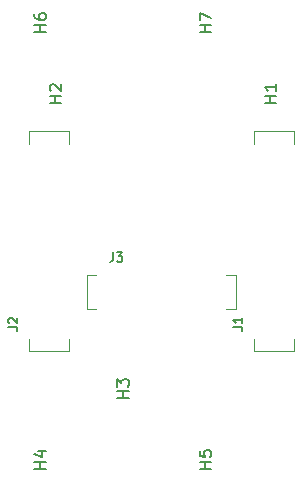
<source format=gbr>
G04 #@! TF.GenerationSoftware,KiCad,Pcbnew,5.1.7-a382d34a8~87~ubuntu18.04.1*
G04 #@! TF.CreationDate,2020-10-22T16:54:02+03:00*
G04 #@! TF.ProjectId,FreeSmart157AAC_29mm_devboard_5r_smd,46726565-536d-4617-9274-313537414143,rev?*
G04 #@! TF.SameCoordinates,Original*
G04 #@! TF.FileFunction,Legend,Top*
G04 #@! TF.FilePolarity,Positive*
%FSLAX46Y46*%
G04 Gerber Fmt 4.6, Leading zero omitted, Abs format (unit mm)*
G04 Created by KiCad (PCBNEW 5.1.7-a382d34a8~87~ubuntu18.04.1) date 2020-10-22 16:54:02*
%MOMM*%
%LPD*%
G01*
G04 APERTURE LIST*
%ADD10C,0.100000*%
%ADD11C,0.150000*%
G04 APERTURE END LIST*
D10*
X6300620Y-5719960D02*
X5499190Y-5719960D01*
X6300620Y-2839680D02*
X6300620Y-5719960D01*
X5500890Y-2839680D02*
X6300620Y-2839680D01*
X-6300620Y-5719960D02*
X-5499190Y-5719960D01*
X-6300620Y-2841670D02*
X-6300620Y-5719960D01*
X-5499190Y-2841670D02*
X-6300620Y-2841670D01*
X7834190Y9299440D02*
X7834190Y8250420D01*
X11215830Y9299440D02*
X7834190Y9299440D01*
X11215830Y8250850D02*
X11215830Y9299440D01*
X11215810Y-9301070D02*
X11215810Y-8250420D01*
X7834190Y-9301070D02*
X11215810Y-9301070D01*
X7834190Y-8250420D02*
X7834190Y-9301070D01*
X-11215810Y9299440D02*
X-11215810Y8250420D01*
X-7834170Y9299440D02*
X-11215810Y9299440D01*
X-7834170Y8250850D02*
X-7834170Y9299440D01*
X-7834190Y-9301070D02*
X-7834190Y-8250420D01*
X-11215810Y-9301070D02*
X-7834190Y-9301070D01*
X-11215810Y-8250420D02*
X-11215810Y-9301070D01*
D11*
X4252380Y-19261904D02*
X3252380Y-19261904D01*
X3728571Y-19261904D02*
X3728571Y-18690476D01*
X4252380Y-18690476D02*
X3252380Y-18690476D01*
X3252380Y-17738095D02*
X3252380Y-18214285D01*
X3728571Y-18261904D01*
X3680952Y-18214285D01*
X3633333Y-18119047D01*
X3633333Y-17880952D01*
X3680952Y-17785714D01*
X3728571Y-17738095D01*
X3823809Y-17690476D01*
X4061904Y-17690476D01*
X4157142Y-17738095D01*
X4204761Y-17785714D01*
X4252380Y-17880952D01*
X4252380Y-18119047D01*
X4204761Y-18214285D01*
X4157142Y-18261904D01*
X-9747619Y-19261904D02*
X-10747619Y-19261904D01*
X-10271428Y-19261904D02*
X-10271428Y-18690476D01*
X-9747619Y-18690476D02*
X-10747619Y-18690476D01*
X-10414285Y-17785714D02*
X-9747619Y-17785714D01*
X-10795238Y-18023809D02*
X-10080952Y-18261904D01*
X-10080952Y-17642857D01*
X4252380Y17738095D02*
X3252380Y17738095D01*
X3728571Y17738095D02*
X3728571Y18309523D01*
X4252380Y18309523D02*
X3252380Y18309523D01*
X3252380Y18690476D02*
X3252380Y19357142D01*
X4252380Y18928571D01*
X-9747619Y17738095D02*
X-10747619Y17738095D01*
X-10271428Y17738095D02*
X-10271428Y18309523D01*
X-9747619Y18309523D02*
X-10747619Y18309523D01*
X-10747619Y19214285D02*
X-10747619Y19023809D01*
X-10700000Y18928571D01*
X-10652380Y18880952D01*
X-10509523Y18785714D01*
X-10319047Y18738095D01*
X-9938095Y18738095D01*
X-9842857Y18785714D01*
X-9795238Y18833333D01*
X-9747619Y18928571D01*
X-9747619Y19119047D01*
X-9795238Y19214285D01*
X-9842857Y19261904D01*
X-9938095Y19309523D01*
X-10176190Y19309523D01*
X-10271428Y19261904D01*
X-10319047Y19214285D01*
X-10366666Y19119047D01*
X-10366666Y18928571D01*
X-10319047Y18833333D01*
X-10271428Y18785714D01*
X-10176190Y18738095D01*
X-4069639Y-942935D02*
X-4069639Y-1506354D01*
X-4107200Y-1619038D01*
X-4182322Y-1694160D01*
X-4295006Y-1731722D01*
X-4370129Y-1731722D01*
X-3769148Y-942935D02*
X-3280852Y-942935D01*
X-3543781Y-1243425D01*
X-3431097Y-1243425D01*
X-3355974Y-1280986D01*
X-3318413Y-1318548D01*
X-3280852Y-1393670D01*
X-3280852Y-1581477D01*
X-3318413Y-1656599D01*
X-3355974Y-1694160D01*
X-3431097Y-1731722D01*
X-3656464Y-1731722D01*
X-3731587Y-1694160D01*
X-3769148Y-1656599D01*
X6089725Y-7271104D02*
X6652824Y-7271104D01*
X6765444Y-7308644D01*
X6840524Y-7383724D01*
X6878064Y-7496344D01*
X6878064Y-7571424D01*
X6878064Y-6482765D02*
X6878064Y-6933245D01*
X6878064Y-6708005D02*
X6089725Y-6708005D01*
X6202345Y-6783085D01*
X6277425Y-6858165D01*
X6314965Y-6933245D01*
X-12960274Y-7271104D02*
X-12397175Y-7271104D01*
X-12284555Y-7308644D01*
X-12209475Y-7383724D01*
X-12171935Y-7496344D01*
X-12171935Y-7571424D01*
X-12885194Y-6933245D02*
X-12922734Y-6895705D01*
X-12960274Y-6820625D01*
X-12960274Y-6632925D01*
X-12922734Y-6557845D01*
X-12885194Y-6520305D01*
X-12810114Y-6482765D01*
X-12735034Y-6482765D01*
X-12622414Y-6520305D01*
X-12171935Y-6970785D01*
X-12171935Y-6482765D01*
X9752380Y11738095D02*
X8752380Y11738095D01*
X9228571Y11738095D02*
X9228571Y12309523D01*
X9752380Y12309523D02*
X8752380Y12309523D01*
X9752380Y13309523D02*
X9752380Y12738095D01*
X9752380Y13023809D02*
X8752380Y13023809D01*
X8895238Y12928571D01*
X8990476Y12833333D01*
X9038095Y12738095D01*
X-8437619Y11738095D02*
X-9437619Y11738095D01*
X-8961428Y11738095D02*
X-8961428Y12309523D01*
X-8437619Y12309523D02*
X-9437619Y12309523D01*
X-9342380Y12738095D02*
X-9390000Y12785714D01*
X-9437619Y12880952D01*
X-9437619Y13119047D01*
X-9390000Y13214285D01*
X-9342380Y13261904D01*
X-9247142Y13309523D01*
X-9151904Y13309523D01*
X-9009047Y13261904D01*
X-8437619Y12690476D01*
X-8437619Y13309523D01*
X-2747619Y-13261904D02*
X-3747619Y-13261904D01*
X-3271428Y-13261904D02*
X-3271428Y-12690476D01*
X-2747619Y-12690476D02*
X-3747619Y-12690476D01*
X-3747619Y-12309523D02*
X-3747619Y-11690476D01*
X-3366666Y-12023809D01*
X-3366666Y-11880952D01*
X-3319047Y-11785714D01*
X-3271428Y-11738095D01*
X-3176190Y-11690476D01*
X-2938095Y-11690476D01*
X-2842857Y-11738095D01*
X-2795238Y-11785714D01*
X-2747619Y-11880952D01*
X-2747619Y-12166666D01*
X-2795238Y-12261904D01*
X-2842857Y-12309523D01*
M02*

</source>
